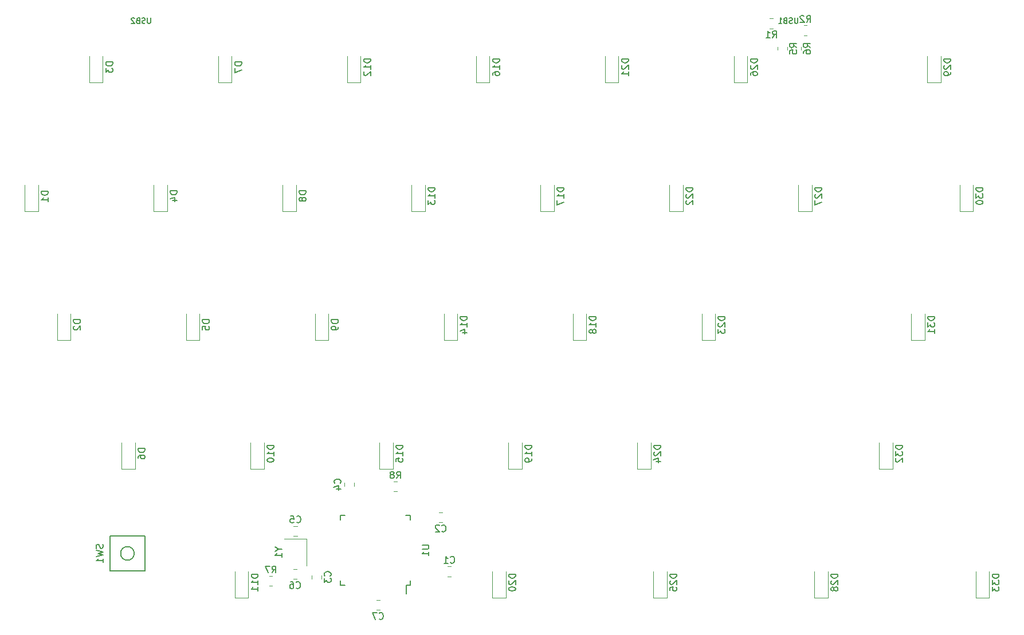
<source format=gbr>
%TF.GenerationSoftware,KiCad,Pcbnew,(5.1.10-1-10_14)*%
%TF.CreationDate,2022-06-17T19:42:32+09:00*%
%TF.ProjectId,pcb-right,7063622d-7269-4676-9874-2e6b69636164,rev?*%
%TF.SameCoordinates,Original*%
%TF.FileFunction,Legend,Bot*%
%TF.FilePolarity,Positive*%
%FSLAX46Y46*%
G04 Gerber Fmt 4.6, Leading zero omitted, Abs format (unit mm)*
G04 Created by KiCad (PCBNEW (5.1.10-1-10_14)) date 2022-06-17 19:42:32*
%MOMM*%
%LPD*%
G01*
G04 APERTURE LIST*
%ADD10C,0.120000*%
%ADD11C,0.150000*%
G04 APERTURE END LIST*
D10*
%TO.C,C7*%
X81084748Y-111225000D02*
X81607252Y-111225000D01*
X81084748Y-109755000D02*
X81607252Y-109755000D01*
%TO.C,R8*%
X84150564Y-92229000D02*
X83696436Y-92229000D01*
X84150564Y-93699000D02*
X83696436Y-93699000D01*
%TO.C,Y1*%
X67477000Y-100700000D02*
X70777000Y-100700000D01*
X70777000Y-100700000D02*
X70777000Y-104700000D01*
D11*
%TO.C,U1*%
X86137500Y-107568750D02*
X85562500Y-107568750D01*
X86137500Y-97218750D02*
X85462500Y-97218750D01*
X75787500Y-97218750D02*
X76462500Y-97218750D01*
X75787500Y-107568750D02*
X76462500Y-107568750D01*
X86137500Y-107568750D02*
X86137500Y-106893750D01*
X75787500Y-107568750D02*
X75787500Y-106893750D01*
X75787500Y-97218750D02*
X75787500Y-97893750D01*
X86137500Y-97218750D02*
X86137500Y-97893750D01*
X85562500Y-107568750D02*
X85562500Y-108843750D01*
%TO.C,SW1*%
X45323000Y-102870000D02*
G75*
G03*
X45323000Y-102870000I-1000000J0D01*
G01*
X41723000Y-105470000D02*
X46923000Y-105470000D01*
X41723000Y-100270000D02*
X41723000Y-105470000D01*
X46923000Y-100270000D02*
X41723000Y-100270000D01*
X46923000Y-105470000D02*
X46923000Y-100270000D01*
D10*
%TO.C,R7*%
X65735564Y-106199000D02*
X65281436Y-106199000D01*
X65735564Y-107669000D02*
X65281436Y-107669000D01*
%TO.C,R6*%
X143864000Y-28444564D02*
X143864000Y-27990436D01*
X142394000Y-28444564D02*
X142394000Y-27990436D01*
%TO.C,R5*%
X141832000Y-28444564D02*
X141832000Y-27990436D01*
X140362000Y-28444564D02*
X140362000Y-27990436D01*
%TO.C,R2*%
X144729564Y-24792000D02*
X144275436Y-24792000D01*
X144729564Y-26262000D02*
X144275436Y-26262000D01*
%TO.C,R1*%
X139242436Y-25246000D02*
X139696564Y-25246000D01*
X139242436Y-23776000D02*
X139696564Y-23776000D01*
%TO.C,D33*%
X171656250Y-109406250D02*
X169656250Y-109406250D01*
X169656250Y-109406250D02*
X169656250Y-105506250D01*
X171656250Y-109406250D02*
X171656250Y-105506250D01*
%TO.C,D32*%
X157368750Y-90356250D02*
X155368750Y-90356250D01*
X155368750Y-90356250D02*
X155368750Y-86456250D01*
X157368750Y-90356250D02*
X157368750Y-86456250D01*
%TO.C,D31*%
X162131250Y-71306250D02*
X160131250Y-71306250D01*
X160131250Y-71306250D02*
X160131250Y-67406250D01*
X162131250Y-71306250D02*
X162131250Y-67406250D01*
%TO.C,D30*%
X169275000Y-52256250D02*
X167275000Y-52256250D01*
X167275000Y-52256250D02*
X167275000Y-48356250D01*
X169275000Y-52256250D02*
X169275000Y-48356250D01*
%TO.C,D29*%
X164512500Y-33206250D02*
X162512500Y-33206250D01*
X162512500Y-33206250D02*
X162512500Y-29306250D01*
X164512500Y-33206250D02*
X164512500Y-29306250D01*
%TO.C,D28*%
X147843750Y-109406250D02*
X145843750Y-109406250D01*
X145843750Y-109406250D02*
X145843750Y-105506250D01*
X147843750Y-109406250D02*
X147843750Y-105506250D01*
%TO.C,D27*%
X145462500Y-52256250D02*
X143462500Y-52256250D01*
X143462500Y-52256250D02*
X143462500Y-48356250D01*
X145462500Y-52256250D02*
X145462500Y-48356250D01*
%TO.C,D26*%
X135937500Y-33206250D02*
X133937500Y-33206250D01*
X133937500Y-33206250D02*
X133937500Y-29306250D01*
X135937500Y-33206250D02*
X135937500Y-29306250D01*
%TO.C,D25*%
X124031250Y-109406250D02*
X122031250Y-109406250D01*
X122031250Y-109406250D02*
X122031250Y-105506250D01*
X124031250Y-109406250D02*
X124031250Y-105506250D01*
%TO.C,D24*%
X121650000Y-90356250D02*
X119650000Y-90356250D01*
X119650000Y-90356250D02*
X119650000Y-86456250D01*
X121650000Y-90356250D02*
X121650000Y-86456250D01*
%TO.C,D23*%
X131175000Y-71306250D02*
X129175000Y-71306250D01*
X129175000Y-71306250D02*
X129175000Y-67406250D01*
X131175000Y-71306250D02*
X131175000Y-67406250D01*
%TO.C,D22*%
X126412500Y-52256250D02*
X124412500Y-52256250D01*
X124412500Y-52256250D02*
X124412500Y-48356250D01*
X126412500Y-52256250D02*
X126412500Y-48356250D01*
%TO.C,D21*%
X116887500Y-33206250D02*
X114887500Y-33206250D01*
X114887500Y-33206250D02*
X114887500Y-29306250D01*
X116887500Y-33206250D02*
X116887500Y-29306250D01*
%TO.C,D20*%
X100218750Y-109406250D02*
X98218750Y-109406250D01*
X98218750Y-109406250D02*
X98218750Y-105506250D01*
X100218750Y-109406250D02*
X100218750Y-105506250D01*
%TO.C,D19*%
X102600000Y-90356250D02*
X100600000Y-90356250D01*
X100600000Y-90356250D02*
X100600000Y-86456250D01*
X102600000Y-90356250D02*
X102600000Y-86456250D01*
%TO.C,D18*%
X112125000Y-71306250D02*
X110125000Y-71306250D01*
X110125000Y-71306250D02*
X110125000Y-67406250D01*
X112125000Y-71306250D02*
X112125000Y-67406250D01*
%TO.C,D17*%
X107362500Y-52256250D02*
X105362500Y-52256250D01*
X105362500Y-52256250D02*
X105362500Y-48356250D01*
X107362500Y-52256250D02*
X107362500Y-48356250D01*
%TO.C,D16*%
X97837500Y-33206250D02*
X95837500Y-33206250D01*
X95837500Y-33206250D02*
X95837500Y-29306250D01*
X97837500Y-33206250D02*
X97837500Y-29306250D01*
%TO.C,D15*%
X83550000Y-90356250D02*
X81550000Y-90356250D01*
X81550000Y-90356250D02*
X81550000Y-86456250D01*
X83550000Y-90356250D02*
X83550000Y-86456250D01*
%TO.C,D14*%
X93075000Y-71306250D02*
X91075000Y-71306250D01*
X91075000Y-71306250D02*
X91075000Y-67406250D01*
X93075000Y-71306250D02*
X93075000Y-67406250D01*
%TO.C,D13*%
X88312500Y-52256250D02*
X86312500Y-52256250D01*
X86312500Y-52256250D02*
X86312500Y-48356250D01*
X88312500Y-52256250D02*
X88312500Y-48356250D01*
%TO.C,D12*%
X78787500Y-33206250D02*
X76787500Y-33206250D01*
X76787500Y-33206250D02*
X76787500Y-29306250D01*
X78787500Y-33206250D02*
X78787500Y-29306250D01*
%TO.C,D11*%
X62181250Y-109406250D02*
X60181250Y-109406250D01*
X60181250Y-109406250D02*
X60181250Y-105506250D01*
X62181250Y-109406250D02*
X62181250Y-105506250D01*
%TO.C,D10*%
X64500000Y-90356250D02*
X62500000Y-90356250D01*
X62500000Y-90356250D02*
X62500000Y-86456250D01*
X64500000Y-90356250D02*
X64500000Y-86456250D01*
%TO.C,D9*%
X74025000Y-71306250D02*
X72025000Y-71306250D01*
X72025000Y-71306250D02*
X72025000Y-67406250D01*
X74025000Y-71306250D02*
X74025000Y-67406250D01*
%TO.C,D8*%
X69262500Y-52256250D02*
X67262500Y-52256250D01*
X67262500Y-52256250D02*
X67262500Y-48356250D01*
X69262500Y-52256250D02*
X69262500Y-48356250D01*
%TO.C,D7*%
X59737500Y-33206250D02*
X57737500Y-33206250D01*
X57737500Y-33206250D02*
X57737500Y-29306250D01*
X59737500Y-33206250D02*
X59737500Y-29306250D01*
%TO.C,D6*%
X45450000Y-90356250D02*
X43450000Y-90356250D01*
X43450000Y-90356250D02*
X43450000Y-86456250D01*
X45450000Y-90356250D02*
X45450000Y-86456250D01*
%TO.C,D5*%
X54975000Y-71306250D02*
X52975000Y-71306250D01*
X52975000Y-71306250D02*
X52975000Y-67406250D01*
X54975000Y-71306250D02*
X54975000Y-67406250D01*
%TO.C,D4*%
X50212500Y-52256250D02*
X48212500Y-52256250D01*
X48212500Y-52256250D02*
X48212500Y-48356250D01*
X50212500Y-52256250D02*
X50212500Y-48356250D01*
%TO.C,D3*%
X40687500Y-33206250D02*
X38687500Y-33206250D01*
X38687500Y-33206250D02*
X38687500Y-29306250D01*
X40687500Y-33206250D02*
X40687500Y-29306250D01*
%TO.C,D2*%
X35925000Y-71306250D02*
X33925000Y-71306250D01*
X33925000Y-71306250D02*
X33925000Y-67406250D01*
X35925000Y-71306250D02*
X35925000Y-67406250D01*
%TO.C,D1*%
X31162500Y-52318750D02*
X29162500Y-52318750D01*
X29162500Y-52318750D02*
X29162500Y-48418750D01*
X31162500Y-52318750D02*
X31162500Y-48418750D01*
%TO.C,C6*%
X68826748Y-106653000D02*
X69349252Y-106653000D01*
X68826748Y-105183000D02*
X69349252Y-105183000D01*
%TO.C,C5*%
X69410252Y-98833000D02*
X68887748Y-98833000D01*
X69410252Y-100303000D02*
X68887748Y-100303000D01*
%TO.C,C4*%
X76354000Y-92387748D02*
X76354000Y-92910252D01*
X77824000Y-92387748D02*
X77824000Y-92910252D01*
%TO.C,C3*%
X72998000Y-106621252D02*
X72998000Y-106098748D01*
X71528000Y-106621252D02*
X71528000Y-106098748D01*
%TO.C,C2*%
X90350748Y-98271000D02*
X90873252Y-98271000D01*
X90350748Y-96801000D02*
X90873252Y-96801000D01*
%TO.C,C1*%
X92143252Y-104802000D02*
X91620748Y-104802000D01*
X92143252Y-106272000D02*
X91620748Y-106272000D01*
%TO.C,C7*%
D11*
X81512666Y-112527142D02*
X81560285Y-112574761D01*
X81703142Y-112622380D01*
X81798380Y-112622380D01*
X81941238Y-112574761D01*
X82036476Y-112479523D01*
X82084095Y-112384285D01*
X82131714Y-112193809D01*
X82131714Y-112050952D01*
X82084095Y-111860476D01*
X82036476Y-111765238D01*
X81941238Y-111670000D01*
X81798380Y-111622380D01*
X81703142Y-111622380D01*
X81560285Y-111670000D01*
X81512666Y-111717619D01*
X81179333Y-111622380D02*
X80512666Y-111622380D01*
X80941238Y-112622380D01*
%TO.C,R8*%
X84090166Y-91766380D02*
X84423500Y-91290190D01*
X84661595Y-91766380D02*
X84661595Y-90766380D01*
X84280642Y-90766380D01*
X84185404Y-90814000D01*
X84137785Y-90861619D01*
X84090166Y-90956857D01*
X84090166Y-91099714D01*
X84137785Y-91194952D01*
X84185404Y-91242571D01*
X84280642Y-91290190D01*
X84661595Y-91290190D01*
X83518738Y-91194952D02*
X83613976Y-91147333D01*
X83661595Y-91099714D01*
X83709214Y-91004476D01*
X83709214Y-90956857D01*
X83661595Y-90861619D01*
X83613976Y-90814000D01*
X83518738Y-90766380D01*
X83328261Y-90766380D01*
X83233023Y-90814000D01*
X83185404Y-90861619D01*
X83137785Y-90956857D01*
X83137785Y-91004476D01*
X83185404Y-91099714D01*
X83233023Y-91147333D01*
X83328261Y-91194952D01*
X83518738Y-91194952D01*
X83613976Y-91242571D01*
X83661595Y-91290190D01*
X83709214Y-91385428D01*
X83709214Y-91575904D01*
X83661595Y-91671142D01*
X83613976Y-91718761D01*
X83518738Y-91766380D01*
X83328261Y-91766380D01*
X83233023Y-91718761D01*
X83185404Y-91671142D01*
X83137785Y-91575904D01*
X83137785Y-91385428D01*
X83185404Y-91290190D01*
X83233023Y-91242571D01*
X83328261Y-91194952D01*
%TO.C,Y1*%
X66653190Y-102223809D02*
X67129380Y-102223809D01*
X66129380Y-101890476D02*
X66653190Y-102223809D01*
X66129380Y-102557142D01*
X67129380Y-103414285D02*
X67129380Y-102842857D01*
X67129380Y-103128571D02*
X66129380Y-103128571D01*
X66272238Y-103033333D01*
X66367476Y-102938095D01*
X66415095Y-102842857D01*
%TO.C,USB2*%
X47745476Y-23670904D02*
X47745476Y-24318523D01*
X47707380Y-24394714D01*
X47669285Y-24432809D01*
X47593095Y-24470904D01*
X47440714Y-24470904D01*
X47364523Y-24432809D01*
X47326428Y-24394714D01*
X47288333Y-24318523D01*
X47288333Y-23670904D01*
X46945476Y-24432809D02*
X46831190Y-24470904D01*
X46640714Y-24470904D01*
X46564523Y-24432809D01*
X46526428Y-24394714D01*
X46488333Y-24318523D01*
X46488333Y-24242333D01*
X46526428Y-24166142D01*
X46564523Y-24128047D01*
X46640714Y-24089952D01*
X46793095Y-24051857D01*
X46869285Y-24013761D01*
X46907380Y-23975666D01*
X46945476Y-23899476D01*
X46945476Y-23823285D01*
X46907380Y-23747095D01*
X46869285Y-23709000D01*
X46793095Y-23670904D01*
X46602619Y-23670904D01*
X46488333Y-23709000D01*
X45878809Y-24051857D02*
X45764523Y-24089952D01*
X45726428Y-24128047D01*
X45688333Y-24204238D01*
X45688333Y-24318523D01*
X45726428Y-24394714D01*
X45764523Y-24432809D01*
X45840714Y-24470904D01*
X46145476Y-24470904D01*
X46145476Y-23670904D01*
X45878809Y-23670904D01*
X45802619Y-23709000D01*
X45764523Y-23747095D01*
X45726428Y-23823285D01*
X45726428Y-23899476D01*
X45764523Y-23975666D01*
X45802619Y-24013761D01*
X45878809Y-24051857D01*
X46145476Y-24051857D01*
X45383571Y-23747095D02*
X45345476Y-23709000D01*
X45269285Y-23670904D01*
X45078809Y-23670904D01*
X45002619Y-23709000D01*
X44964523Y-23747095D01*
X44926428Y-23823285D01*
X44926428Y-23899476D01*
X44964523Y-24013761D01*
X45421666Y-24470904D01*
X44926428Y-24470904D01*
%TO.C,USB1*%
X143376476Y-23670904D02*
X143376476Y-24318523D01*
X143338380Y-24394714D01*
X143300285Y-24432809D01*
X143224095Y-24470904D01*
X143071714Y-24470904D01*
X142995523Y-24432809D01*
X142957428Y-24394714D01*
X142919333Y-24318523D01*
X142919333Y-23670904D01*
X142576476Y-24432809D02*
X142462190Y-24470904D01*
X142271714Y-24470904D01*
X142195523Y-24432809D01*
X142157428Y-24394714D01*
X142119333Y-24318523D01*
X142119333Y-24242333D01*
X142157428Y-24166142D01*
X142195523Y-24128047D01*
X142271714Y-24089952D01*
X142424095Y-24051857D01*
X142500285Y-24013761D01*
X142538380Y-23975666D01*
X142576476Y-23899476D01*
X142576476Y-23823285D01*
X142538380Y-23747095D01*
X142500285Y-23709000D01*
X142424095Y-23670904D01*
X142233619Y-23670904D01*
X142119333Y-23709000D01*
X141509809Y-24051857D02*
X141395523Y-24089952D01*
X141357428Y-24128047D01*
X141319333Y-24204238D01*
X141319333Y-24318523D01*
X141357428Y-24394714D01*
X141395523Y-24432809D01*
X141471714Y-24470904D01*
X141776476Y-24470904D01*
X141776476Y-23670904D01*
X141509809Y-23670904D01*
X141433619Y-23709000D01*
X141395523Y-23747095D01*
X141357428Y-23823285D01*
X141357428Y-23899476D01*
X141395523Y-23975666D01*
X141433619Y-24013761D01*
X141509809Y-24051857D01*
X141776476Y-24051857D01*
X140557428Y-24470904D02*
X141014571Y-24470904D01*
X140786000Y-24470904D02*
X140786000Y-23670904D01*
X140862190Y-23785190D01*
X140938380Y-23861380D01*
X141014571Y-23899476D01*
%TO.C,U1*%
X87864880Y-101631845D02*
X88674404Y-101631845D01*
X88769642Y-101679464D01*
X88817261Y-101727083D01*
X88864880Y-101822321D01*
X88864880Y-102012797D01*
X88817261Y-102108035D01*
X88769642Y-102155654D01*
X88674404Y-102203273D01*
X87864880Y-102203273D01*
X88864880Y-103203273D02*
X88864880Y-102631845D01*
X88864880Y-102917559D02*
X87864880Y-102917559D01*
X88007738Y-102822321D01*
X88102976Y-102727083D01*
X88150595Y-102631845D01*
%TO.C,SW1*%
X40663761Y-101536666D02*
X40711380Y-101679523D01*
X40711380Y-101917619D01*
X40663761Y-102012857D01*
X40616142Y-102060476D01*
X40520904Y-102108095D01*
X40425666Y-102108095D01*
X40330428Y-102060476D01*
X40282809Y-102012857D01*
X40235190Y-101917619D01*
X40187571Y-101727142D01*
X40139952Y-101631904D01*
X40092333Y-101584285D01*
X39997095Y-101536666D01*
X39901857Y-101536666D01*
X39806619Y-101584285D01*
X39759000Y-101631904D01*
X39711380Y-101727142D01*
X39711380Y-101965238D01*
X39759000Y-102108095D01*
X39711380Y-102441428D02*
X40711380Y-102679523D01*
X39997095Y-102870000D01*
X40711380Y-103060476D01*
X39711380Y-103298571D01*
X40711380Y-104203333D02*
X40711380Y-103631904D01*
X40711380Y-103917619D02*
X39711380Y-103917619D01*
X39854238Y-103822380D01*
X39949476Y-103727142D01*
X39997095Y-103631904D01*
%TO.C,R7*%
X65675166Y-105736380D02*
X66008500Y-105260190D01*
X66246595Y-105736380D02*
X66246595Y-104736380D01*
X65865642Y-104736380D01*
X65770404Y-104784000D01*
X65722785Y-104831619D01*
X65675166Y-104926857D01*
X65675166Y-105069714D01*
X65722785Y-105164952D01*
X65770404Y-105212571D01*
X65865642Y-105260190D01*
X66246595Y-105260190D01*
X65341833Y-104736380D02*
X64675166Y-104736380D01*
X65103738Y-105736380D01*
%TO.C,R6*%
X145231380Y-28050833D02*
X144755190Y-27717500D01*
X145231380Y-27479404D02*
X144231380Y-27479404D01*
X144231380Y-27860357D01*
X144279000Y-27955595D01*
X144326619Y-28003214D01*
X144421857Y-28050833D01*
X144564714Y-28050833D01*
X144659952Y-28003214D01*
X144707571Y-27955595D01*
X144755190Y-27860357D01*
X144755190Y-27479404D01*
X144231380Y-28907976D02*
X144231380Y-28717500D01*
X144279000Y-28622261D01*
X144326619Y-28574642D01*
X144469476Y-28479404D01*
X144659952Y-28431785D01*
X145040904Y-28431785D01*
X145136142Y-28479404D01*
X145183761Y-28527023D01*
X145231380Y-28622261D01*
X145231380Y-28812738D01*
X145183761Y-28907976D01*
X145136142Y-28955595D01*
X145040904Y-29003214D01*
X144802809Y-29003214D01*
X144707571Y-28955595D01*
X144659952Y-28907976D01*
X144612333Y-28812738D01*
X144612333Y-28622261D01*
X144659952Y-28527023D01*
X144707571Y-28479404D01*
X144802809Y-28431785D01*
%TO.C,R5*%
X143199380Y-28050833D02*
X142723190Y-27717500D01*
X143199380Y-27479404D02*
X142199380Y-27479404D01*
X142199380Y-27860357D01*
X142247000Y-27955595D01*
X142294619Y-28003214D01*
X142389857Y-28050833D01*
X142532714Y-28050833D01*
X142627952Y-28003214D01*
X142675571Y-27955595D01*
X142723190Y-27860357D01*
X142723190Y-27479404D01*
X142199380Y-28955595D02*
X142199380Y-28479404D01*
X142675571Y-28431785D01*
X142627952Y-28479404D01*
X142580333Y-28574642D01*
X142580333Y-28812738D01*
X142627952Y-28907976D01*
X142675571Y-28955595D01*
X142770809Y-29003214D01*
X143008904Y-29003214D01*
X143104142Y-28955595D01*
X143151761Y-28907976D01*
X143199380Y-28812738D01*
X143199380Y-28574642D01*
X143151761Y-28479404D01*
X143104142Y-28431785D01*
%TO.C,R2*%
X144669166Y-24329380D02*
X145002500Y-23853190D01*
X145240595Y-24329380D02*
X145240595Y-23329380D01*
X144859642Y-23329380D01*
X144764404Y-23377000D01*
X144716785Y-23424619D01*
X144669166Y-23519857D01*
X144669166Y-23662714D01*
X144716785Y-23757952D01*
X144764404Y-23805571D01*
X144859642Y-23853190D01*
X145240595Y-23853190D01*
X144288214Y-23424619D02*
X144240595Y-23377000D01*
X144145357Y-23329380D01*
X143907261Y-23329380D01*
X143812023Y-23377000D01*
X143764404Y-23424619D01*
X143716785Y-23519857D01*
X143716785Y-23615095D01*
X143764404Y-23757952D01*
X144335833Y-24329380D01*
X143716785Y-24329380D01*
%TO.C,R1*%
X139636166Y-26613380D02*
X139969500Y-26137190D01*
X140207595Y-26613380D02*
X140207595Y-25613380D01*
X139826642Y-25613380D01*
X139731404Y-25661000D01*
X139683785Y-25708619D01*
X139636166Y-25803857D01*
X139636166Y-25946714D01*
X139683785Y-26041952D01*
X139731404Y-26089571D01*
X139826642Y-26137190D01*
X140207595Y-26137190D01*
X138683785Y-26613380D02*
X139255214Y-26613380D01*
X138969500Y-26613380D02*
X138969500Y-25613380D01*
X139064738Y-25756238D01*
X139159976Y-25851476D01*
X139255214Y-25899095D01*
%TO.C,D33*%
X173108630Y-105941964D02*
X172108630Y-105941964D01*
X172108630Y-106180059D01*
X172156250Y-106322916D01*
X172251488Y-106418154D01*
X172346726Y-106465773D01*
X172537202Y-106513392D01*
X172680059Y-106513392D01*
X172870535Y-106465773D01*
X172965773Y-106418154D01*
X173061011Y-106322916D01*
X173108630Y-106180059D01*
X173108630Y-105941964D01*
X172108630Y-106846726D02*
X172108630Y-107465773D01*
X172489583Y-107132440D01*
X172489583Y-107275297D01*
X172537202Y-107370535D01*
X172584821Y-107418154D01*
X172680059Y-107465773D01*
X172918154Y-107465773D01*
X173013392Y-107418154D01*
X173061011Y-107370535D01*
X173108630Y-107275297D01*
X173108630Y-106989583D01*
X173061011Y-106894345D01*
X173013392Y-106846726D01*
X172108630Y-107799107D02*
X172108630Y-108418154D01*
X172489583Y-108084821D01*
X172489583Y-108227678D01*
X172537202Y-108322916D01*
X172584821Y-108370535D01*
X172680059Y-108418154D01*
X172918154Y-108418154D01*
X173013392Y-108370535D01*
X173061011Y-108322916D01*
X173108630Y-108227678D01*
X173108630Y-107941964D01*
X173061011Y-107846726D01*
X173013392Y-107799107D01*
%TO.C,D32*%
X158821130Y-86891964D02*
X157821130Y-86891964D01*
X157821130Y-87130059D01*
X157868750Y-87272916D01*
X157963988Y-87368154D01*
X158059226Y-87415773D01*
X158249702Y-87463392D01*
X158392559Y-87463392D01*
X158583035Y-87415773D01*
X158678273Y-87368154D01*
X158773511Y-87272916D01*
X158821130Y-87130059D01*
X158821130Y-86891964D01*
X157821130Y-87796726D02*
X157821130Y-88415773D01*
X158202083Y-88082440D01*
X158202083Y-88225297D01*
X158249702Y-88320535D01*
X158297321Y-88368154D01*
X158392559Y-88415773D01*
X158630654Y-88415773D01*
X158725892Y-88368154D01*
X158773511Y-88320535D01*
X158821130Y-88225297D01*
X158821130Y-87939583D01*
X158773511Y-87844345D01*
X158725892Y-87796726D01*
X157916369Y-88796726D02*
X157868750Y-88844345D01*
X157821130Y-88939583D01*
X157821130Y-89177678D01*
X157868750Y-89272916D01*
X157916369Y-89320535D01*
X158011607Y-89368154D01*
X158106845Y-89368154D01*
X158249702Y-89320535D01*
X158821130Y-88749107D01*
X158821130Y-89368154D01*
%TO.C,D31*%
X163583630Y-67841964D02*
X162583630Y-67841964D01*
X162583630Y-68080059D01*
X162631250Y-68222916D01*
X162726488Y-68318154D01*
X162821726Y-68365773D01*
X163012202Y-68413392D01*
X163155059Y-68413392D01*
X163345535Y-68365773D01*
X163440773Y-68318154D01*
X163536011Y-68222916D01*
X163583630Y-68080059D01*
X163583630Y-67841964D01*
X162583630Y-68746726D02*
X162583630Y-69365773D01*
X162964583Y-69032440D01*
X162964583Y-69175297D01*
X163012202Y-69270535D01*
X163059821Y-69318154D01*
X163155059Y-69365773D01*
X163393154Y-69365773D01*
X163488392Y-69318154D01*
X163536011Y-69270535D01*
X163583630Y-69175297D01*
X163583630Y-68889583D01*
X163536011Y-68794345D01*
X163488392Y-68746726D01*
X163583630Y-70318154D02*
X163583630Y-69746726D01*
X163583630Y-70032440D02*
X162583630Y-70032440D01*
X162726488Y-69937202D01*
X162821726Y-69841964D01*
X162869345Y-69746726D01*
%TO.C,D30*%
X170727380Y-48791964D02*
X169727380Y-48791964D01*
X169727380Y-49030059D01*
X169775000Y-49172916D01*
X169870238Y-49268154D01*
X169965476Y-49315773D01*
X170155952Y-49363392D01*
X170298809Y-49363392D01*
X170489285Y-49315773D01*
X170584523Y-49268154D01*
X170679761Y-49172916D01*
X170727380Y-49030059D01*
X170727380Y-48791964D01*
X169727380Y-49696726D02*
X169727380Y-50315773D01*
X170108333Y-49982440D01*
X170108333Y-50125297D01*
X170155952Y-50220535D01*
X170203571Y-50268154D01*
X170298809Y-50315773D01*
X170536904Y-50315773D01*
X170632142Y-50268154D01*
X170679761Y-50220535D01*
X170727380Y-50125297D01*
X170727380Y-49839583D01*
X170679761Y-49744345D01*
X170632142Y-49696726D01*
X169727380Y-50934821D02*
X169727380Y-51030059D01*
X169775000Y-51125297D01*
X169822619Y-51172916D01*
X169917857Y-51220535D01*
X170108333Y-51268154D01*
X170346428Y-51268154D01*
X170536904Y-51220535D01*
X170632142Y-51172916D01*
X170679761Y-51125297D01*
X170727380Y-51030059D01*
X170727380Y-50934821D01*
X170679761Y-50839583D01*
X170632142Y-50791964D01*
X170536904Y-50744345D01*
X170346428Y-50696726D01*
X170108333Y-50696726D01*
X169917857Y-50744345D01*
X169822619Y-50791964D01*
X169775000Y-50839583D01*
X169727380Y-50934821D01*
%TO.C,D29*%
X165964880Y-29741964D02*
X164964880Y-29741964D01*
X164964880Y-29980059D01*
X165012500Y-30122916D01*
X165107738Y-30218154D01*
X165202976Y-30265773D01*
X165393452Y-30313392D01*
X165536309Y-30313392D01*
X165726785Y-30265773D01*
X165822023Y-30218154D01*
X165917261Y-30122916D01*
X165964880Y-29980059D01*
X165964880Y-29741964D01*
X165060119Y-30694345D02*
X165012500Y-30741964D01*
X164964880Y-30837202D01*
X164964880Y-31075297D01*
X165012500Y-31170535D01*
X165060119Y-31218154D01*
X165155357Y-31265773D01*
X165250595Y-31265773D01*
X165393452Y-31218154D01*
X165964880Y-30646726D01*
X165964880Y-31265773D01*
X165964880Y-31741964D02*
X165964880Y-31932440D01*
X165917261Y-32027678D01*
X165869642Y-32075297D01*
X165726785Y-32170535D01*
X165536309Y-32218154D01*
X165155357Y-32218154D01*
X165060119Y-32170535D01*
X165012500Y-32122916D01*
X164964880Y-32027678D01*
X164964880Y-31837202D01*
X165012500Y-31741964D01*
X165060119Y-31694345D01*
X165155357Y-31646726D01*
X165393452Y-31646726D01*
X165488690Y-31694345D01*
X165536309Y-31741964D01*
X165583928Y-31837202D01*
X165583928Y-32027678D01*
X165536309Y-32122916D01*
X165488690Y-32170535D01*
X165393452Y-32218154D01*
%TO.C,D28*%
X149296130Y-105941964D02*
X148296130Y-105941964D01*
X148296130Y-106180059D01*
X148343750Y-106322916D01*
X148438988Y-106418154D01*
X148534226Y-106465773D01*
X148724702Y-106513392D01*
X148867559Y-106513392D01*
X149058035Y-106465773D01*
X149153273Y-106418154D01*
X149248511Y-106322916D01*
X149296130Y-106180059D01*
X149296130Y-105941964D01*
X148391369Y-106894345D02*
X148343750Y-106941964D01*
X148296130Y-107037202D01*
X148296130Y-107275297D01*
X148343750Y-107370535D01*
X148391369Y-107418154D01*
X148486607Y-107465773D01*
X148581845Y-107465773D01*
X148724702Y-107418154D01*
X149296130Y-106846726D01*
X149296130Y-107465773D01*
X148724702Y-108037202D02*
X148677083Y-107941964D01*
X148629464Y-107894345D01*
X148534226Y-107846726D01*
X148486607Y-107846726D01*
X148391369Y-107894345D01*
X148343750Y-107941964D01*
X148296130Y-108037202D01*
X148296130Y-108227678D01*
X148343750Y-108322916D01*
X148391369Y-108370535D01*
X148486607Y-108418154D01*
X148534226Y-108418154D01*
X148629464Y-108370535D01*
X148677083Y-108322916D01*
X148724702Y-108227678D01*
X148724702Y-108037202D01*
X148772321Y-107941964D01*
X148819940Y-107894345D01*
X148915178Y-107846726D01*
X149105654Y-107846726D01*
X149200892Y-107894345D01*
X149248511Y-107941964D01*
X149296130Y-108037202D01*
X149296130Y-108227678D01*
X149248511Y-108322916D01*
X149200892Y-108370535D01*
X149105654Y-108418154D01*
X148915178Y-108418154D01*
X148819940Y-108370535D01*
X148772321Y-108322916D01*
X148724702Y-108227678D01*
%TO.C,D27*%
X146914880Y-48791964D02*
X145914880Y-48791964D01*
X145914880Y-49030059D01*
X145962500Y-49172916D01*
X146057738Y-49268154D01*
X146152976Y-49315773D01*
X146343452Y-49363392D01*
X146486309Y-49363392D01*
X146676785Y-49315773D01*
X146772023Y-49268154D01*
X146867261Y-49172916D01*
X146914880Y-49030059D01*
X146914880Y-48791964D01*
X146010119Y-49744345D02*
X145962500Y-49791964D01*
X145914880Y-49887202D01*
X145914880Y-50125297D01*
X145962500Y-50220535D01*
X146010119Y-50268154D01*
X146105357Y-50315773D01*
X146200595Y-50315773D01*
X146343452Y-50268154D01*
X146914880Y-49696726D01*
X146914880Y-50315773D01*
X145914880Y-50649107D02*
X145914880Y-51315773D01*
X146914880Y-50887202D01*
%TO.C,D26*%
X137389880Y-29741964D02*
X136389880Y-29741964D01*
X136389880Y-29980059D01*
X136437500Y-30122916D01*
X136532738Y-30218154D01*
X136627976Y-30265773D01*
X136818452Y-30313392D01*
X136961309Y-30313392D01*
X137151785Y-30265773D01*
X137247023Y-30218154D01*
X137342261Y-30122916D01*
X137389880Y-29980059D01*
X137389880Y-29741964D01*
X136485119Y-30694345D02*
X136437500Y-30741964D01*
X136389880Y-30837202D01*
X136389880Y-31075297D01*
X136437500Y-31170535D01*
X136485119Y-31218154D01*
X136580357Y-31265773D01*
X136675595Y-31265773D01*
X136818452Y-31218154D01*
X137389880Y-30646726D01*
X137389880Y-31265773D01*
X136389880Y-32122916D02*
X136389880Y-31932440D01*
X136437500Y-31837202D01*
X136485119Y-31789583D01*
X136627976Y-31694345D01*
X136818452Y-31646726D01*
X137199404Y-31646726D01*
X137294642Y-31694345D01*
X137342261Y-31741964D01*
X137389880Y-31837202D01*
X137389880Y-32027678D01*
X137342261Y-32122916D01*
X137294642Y-32170535D01*
X137199404Y-32218154D01*
X136961309Y-32218154D01*
X136866071Y-32170535D01*
X136818452Y-32122916D01*
X136770833Y-32027678D01*
X136770833Y-31837202D01*
X136818452Y-31741964D01*
X136866071Y-31694345D01*
X136961309Y-31646726D01*
%TO.C,D25*%
X125483630Y-105941964D02*
X124483630Y-105941964D01*
X124483630Y-106180059D01*
X124531250Y-106322916D01*
X124626488Y-106418154D01*
X124721726Y-106465773D01*
X124912202Y-106513392D01*
X125055059Y-106513392D01*
X125245535Y-106465773D01*
X125340773Y-106418154D01*
X125436011Y-106322916D01*
X125483630Y-106180059D01*
X125483630Y-105941964D01*
X124578869Y-106894345D02*
X124531250Y-106941964D01*
X124483630Y-107037202D01*
X124483630Y-107275297D01*
X124531250Y-107370535D01*
X124578869Y-107418154D01*
X124674107Y-107465773D01*
X124769345Y-107465773D01*
X124912202Y-107418154D01*
X125483630Y-106846726D01*
X125483630Y-107465773D01*
X124483630Y-108370535D02*
X124483630Y-107894345D01*
X124959821Y-107846726D01*
X124912202Y-107894345D01*
X124864583Y-107989583D01*
X124864583Y-108227678D01*
X124912202Y-108322916D01*
X124959821Y-108370535D01*
X125055059Y-108418154D01*
X125293154Y-108418154D01*
X125388392Y-108370535D01*
X125436011Y-108322916D01*
X125483630Y-108227678D01*
X125483630Y-107989583D01*
X125436011Y-107894345D01*
X125388392Y-107846726D01*
%TO.C,D24*%
X123102380Y-86891964D02*
X122102380Y-86891964D01*
X122102380Y-87130059D01*
X122150000Y-87272916D01*
X122245238Y-87368154D01*
X122340476Y-87415773D01*
X122530952Y-87463392D01*
X122673809Y-87463392D01*
X122864285Y-87415773D01*
X122959523Y-87368154D01*
X123054761Y-87272916D01*
X123102380Y-87130059D01*
X123102380Y-86891964D01*
X122197619Y-87844345D02*
X122150000Y-87891964D01*
X122102380Y-87987202D01*
X122102380Y-88225297D01*
X122150000Y-88320535D01*
X122197619Y-88368154D01*
X122292857Y-88415773D01*
X122388095Y-88415773D01*
X122530952Y-88368154D01*
X123102380Y-87796726D01*
X123102380Y-88415773D01*
X122435714Y-89272916D02*
X123102380Y-89272916D01*
X122054761Y-89034821D02*
X122769047Y-88796726D01*
X122769047Y-89415773D01*
%TO.C,D23*%
X132627380Y-67841964D02*
X131627380Y-67841964D01*
X131627380Y-68080059D01*
X131675000Y-68222916D01*
X131770238Y-68318154D01*
X131865476Y-68365773D01*
X132055952Y-68413392D01*
X132198809Y-68413392D01*
X132389285Y-68365773D01*
X132484523Y-68318154D01*
X132579761Y-68222916D01*
X132627380Y-68080059D01*
X132627380Y-67841964D01*
X131722619Y-68794345D02*
X131675000Y-68841964D01*
X131627380Y-68937202D01*
X131627380Y-69175297D01*
X131675000Y-69270535D01*
X131722619Y-69318154D01*
X131817857Y-69365773D01*
X131913095Y-69365773D01*
X132055952Y-69318154D01*
X132627380Y-68746726D01*
X132627380Y-69365773D01*
X131627380Y-69699107D02*
X131627380Y-70318154D01*
X132008333Y-69984821D01*
X132008333Y-70127678D01*
X132055952Y-70222916D01*
X132103571Y-70270535D01*
X132198809Y-70318154D01*
X132436904Y-70318154D01*
X132532142Y-70270535D01*
X132579761Y-70222916D01*
X132627380Y-70127678D01*
X132627380Y-69841964D01*
X132579761Y-69746726D01*
X132532142Y-69699107D01*
%TO.C,D22*%
X127864880Y-48791964D02*
X126864880Y-48791964D01*
X126864880Y-49030059D01*
X126912500Y-49172916D01*
X127007738Y-49268154D01*
X127102976Y-49315773D01*
X127293452Y-49363392D01*
X127436309Y-49363392D01*
X127626785Y-49315773D01*
X127722023Y-49268154D01*
X127817261Y-49172916D01*
X127864880Y-49030059D01*
X127864880Y-48791964D01*
X126960119Y-49744345D02*
X126912500Y-49791964D01*
X126864880Y-49887202D01*
X126864880Y-50125297D01*
X126912500Y-50220535D01*
X126960119Y-50268154D01*
X127055357Y-50315773D01*
X127150595Y-50315773D01*
X127293452Y-50268154D01*
X127864880Y-49696726D01*
X127864880Y-50315773D01*
X126960119Y-50696726D02*
X126912500Y-50744345D01*
X126864880Y-50839583D01*
X126864880Y-51077678D01*
X126912500Y-51172916D01*
X126960119Y-51220535D01*
X127055357Y-51268154D01*
X127150595Y-51268154D01*
X127293452Y-51220535D01*
X127864880Y-50649107D01*
X127864880Y-51268154D01*
%TO.C,D21*%
X118339880Y-29741964D02*
X117339880Y-29741964D01*
X117339880Y-29980059D01*
X117387500Y-30122916D01*
X117482738Y-30218154D01*
X117577976Y-30265773D01*
X117768452Y-30313392D01*
X117911309Y-30313392D01*
X118101785Y-30265773D01*
X118197023Y-30218154D01*
X118292261Y-30122916D01*
X118339880Y-29980059D01*
X118339880Y-29741964D01*
X117435119Y-30694345D02*
X117387500Y-30741964D01*
X117339880Y-30837202D01*
X117339880Y-31075297D01*
X117387500Y-31170535D01*
X117435119Y-31218154D01*
X117530357Y-31265773D01*
X117625595Y-31265773D01*
X117768452Y-31218154D01*
X118339880Y-30646726D01*
X118339880Y-31265773D01*
X118339880Y-32218154D02*
X118339880Y-31646726D01*
X118339880Y-31932440D02*
X117339880Y-31932440D01*
X117482738Y-31837202D01*
X117577976Y-31741964D01*
X117625595Y-31646726D01*
%TO.C,D20*%
X101671130Y-105941964D02*
X100671130Y-105941964D01*
X100671130Y-106180059D01*
X100718750Y-106322916D01*
X100813988Y-106418154D01*
X100909226Y-106465773D01*
X101099702Y-106513392D01*
X101242559Y-106513392D01*
X101433035Y-106465773D01*
X101528273Y-106418154D01*
X101623511Y-106322916D01*
X101671130Y-106180059D01*
X101671130Y-105941964D01*
X100766369Y-106894345D02*
X100718750Y-106941964D01*
X100671130Y-107037202D01*
X100671130Y-107275297D01*
X100718750Y-107370535D01*
X100766369Y-107418154D01*
X100861607Y-107465773D01*
X100956845Y-107465773D01*
X101099702Y-107418154D01*
X101671130Y-106846726D01*
X101671130Y-107465773D01*
X100671130Y-108084821D02*
X100671130Y-108180059D01*
X100718750Y-108275297D01*
X100766369Y-108322916D01*
X100861607Y-108370535D01*
X101052083Y-108418154D01*
X101290178Y-108418154D01*
X101480654Y-108370535D01*
X101575892Y-108322916D01*
X101623511Y-108275297D01*
X101671130Y-108180059D01*
X101671130Y-108084821D01*
X101623511Y-107989583D01*
X101575892Y-107941964D01*
X101480654Y-107894345D01*
X101290178Y-107846726D01*
X101052083Y-107846726D01*
X100861607Y-107894345D01*
X100766369Y-107941964D01*
X100718750Y-107989583D01*
X100671130Y-108084821D01*
%TO.C,D19*%
X104052380Y-86891964D02*
X103052380Y-86891964D01*
X103052380Y-87130059D01*
X103100000Y-87272916D01*
X103195238Y-87368154D01*
X103290476Y-87415773D01*
X103480952Y-87463392D01*
X103623809Y-87463392D01*
X103814285Y-87415773D01*
X103909523Y-87368154D01*
X104004761Y-87272916D01*
X104052380Y-87130059D01*
X104052380Y-86891964D01*
X104052380Y-88415773D02*
X104052380Y-87844345D01*
X104052380Y-88130059D02*
X103052380Y-88130059D01*
X103195238Y-88034821D01*
X103290476Y-87939583D01*
X103338095Y-87844345D01*
X104052380Y-88891964D02*
X104052380Y-89082440D01*
X104004761Y-89177678D01*
X103957142Y-89225297D01*
X103814285Y-89320535D01*
X103623809Y-89368154D01*
X103242857Y-89368154D01*
X103147619Y-89320535D01*
X103100000Y-89272916D01*
X103052380Y-89177678D01*
X103052380Y-88987202D01*
X103100000Y-88891964D01*
X103147619Y-88844345D01*
X103242857Y-88796726D01*
X103480952Y-88796726D01*
X103576190Y-88844345D01*
X103623809Y-88891964D01*
X103671428Y-88987202D01*
X103671428Y-89177678D01*
X103623809Y-89272916D01*
X103576190Y-89320535D01*
X103480952Y-89368154D01*
%TO.C,D18*%
X113577380Y-67841964D02*
X112577380Y-67841964D01*
X112577380Y-68080059D01*
X112625000Y-68222916D01*
X112720238Y-68318154D01*
X112815476Y-68365773D01*
X113005952Y-68413392D01*
X113148809Y-68413392D01*
X113339285Y-68365773D01*
X113434523Y-68318154D01*
X113529761Y-68222916D01*
X113577380Y-68080059D01*
X113577380Y-67841964D01*
X113577380Y-69365773D02*
X113577380Y-68794345D01*
X113577380Y-69080059D02*
X112577380Y-69080059D01*
X112720238Y-68984821D01*
X112815476Y-68889583D01*
X112863095Y-68794345D01*
X113005952Y-69937202D02*
X112958333Y-69841964D01*
X112910714Y-69794345D01*
X112815476Y-69746726D01*
X112767857Y-69746726D01*
X112672619Y-69794345D01*
X112625000Y-69841964D01*
X112577380Y-69937202D01*
X112577380Y-70127678D01*
X112625000Y-70222916D01*
X112672619Y-70270535D01*
X112767857Y-70318154D01*
X112815476Y-70318154D01*
X112910714Y-70270535D01*
X112958333Y-70222916D01*
X113005952Y-70127678D01*
X113005952Y-69937202D01*
X113053571Y-69841964D01*
X113101190Y-69794345D01*
X113196428Y-69746726D01*
X113386904Y-69746726D01*
X113482142Y-69794345D01*
X113529761Y-69841964D01*
X113577380Y-69937202D01*
X113577380Y-70127678D01*
X113529761Y-70222916D01*
X113482142Y-70270535D01*
X113386904Y-70318154D01*
X113196428Y-70318154D01*
X113101190Y-70270535D01*
X113053571Y-70222916D01*
X113005952Y-70127678D01*
%TO.C,D17*%
X108814880Y-48791964D02*
X107814880Y-48791964D01*
X107814880Y-49030059D01*
X107862500Y-49172916D01*
X107957738Y-49268154D01*
X108052976Y-49315773D01*
X108243452Y-49363392D01*
X108386309Y-49363392D01*
X108576785Y-49315773D01*
X108672023Y-49268154D01*
X108767261Y-49172916D01*
X108814880Y-49030059D01*
X108814880Y-48791964D01*
X108814880Y-50315773D02*
X108814880Y-49744345D01*
X108814880Y-50030059D02*
X107814880Y-50030059D01*
X107957738Y-49934821D01*
X108052976Y-49839583D01*
X108100595Y-49744345D01*
X107814880Y-50649107D02*
X107814880Y-51315773D01*
X108814880Y-50887202D01*
%TO.C,D16*%
X99289880Y-29741964D02*
X98289880Y-29741964D01*
X98289880Y-29980059D01*
X98337500Y-30122916D01*
X98432738Y-30218154D01*
X98527976Y-30265773D01*
X98718452Y-30313392D01*
X98861309Y-30313392D01*
X99051785Y-30265773D01*
X99147023Y-30218154D01*
X99242261Y-30122916D01*
X99289880Y-29980059D01*
X99289880Y-29741964D01*
X99289880Y-31265773D02*
X99289880Y-30694345D01*
X99289880Y-30980059D02*
X98289880Y-30980059D01*
X98432738Y-30884821D01*
X98527976Y-30789583D01*
X98575595Y-30694345D01*
X98289880Y-32122916D02*
X98289880Y-31932440D01*
X98337500Y-31837202D01*
X98385119Y-31789583D01*
X98527976Y-31694345D01*
X98718452Y-31646726D01*
X99099404Y-31646726D01*
X99194642Y-31694345D01*
X99242261Y-31741964D01*
X99289880Y-31837202D01*
X99289880Y-32027678D01*
X99242261Y-32122916D01*
X99194642Y-32170535D01*
X99099404Y-32218154D01*
X98861309Y-32218154D01*
X98766071Y-32170535D01*
X98718452Y-32122916D01*
X98670833Y-32027678D01*
X98670833Y-31837202D01*
X98718452Y-31741964D01*
X98766071Y-31694345D01*
X98861309Y-31646726D01*
%TO.C,D15*%
X85002380Y-86891964D02*
X84002380Y-86891964D01*
X84002380Y-87130059D01*
X84050000Y-87272916D01*
X84145238Y-87368154D01*
X84240476Y-87415773D01*
X84430952Y-87463392D01*
X84573809Y-87463392D01*
X84764285Y-87415773D01*
X84859523Y-87368154D01*
X84954761Y-87272916D01*
X85002380Y-87130059D01*
X85002380Y-86891964D01*
X85002380Y-88415773D02*
X85002380Y-87844345D01*
X85002380Y-88130059D02*
X84002380Y-88130059D01*
X84145238Y-88034821D01*
X84240476Y-87939583D01*
X84288095Y-87844345D01*
X84002380Y-89320535D02*
X84002380Y-88844345D01*
X84478571Y-88796726D01*
X84430952Y-88844345D01*
X84383333Y-88939583D01*
X84383333Y-89177678D01*
X84430952Y-89272916D01*
X84478571Y-89320535D01*
X84573809Y-89368154D01*
X84811904Y-89368154D01*
X84907142Y-89320535D01*
X84954761Y-89272916D01*
X85002380Y-89177678D01*
X85002380Y-88939583D01*
X84954761Y-88844345D01*
X84907142Y-88796726D01*
%TO.C,D14*%
X94527380Y-67841964D02*
X93527380Y-67841964D01*
X93527380Y-68080059D01*
X93575000Y-68222916D01*
X93670238Y-68318154D01*
X93765476Y-68365773D01*
X93955952Y-68413392D01*
X94098809Y-68413392D01*
X94289285Y-68365773D01*
X94384523Y-68318154D01*
X94479761Y-68222916D01*
X94527380Y-68080059D01*
X94527380Y-67841964D01*
X94527380Y-69365773D02*
X94527380Y-68794345D01*
X94527380Y-69080059D02*
X93527380Y-69080059D01*
X93670238Y-68984821D01*
X93765476Y-68889583D01*
X93813095Y-68794345D01*
X93860714Y-70222916D02*
X94527380Y-70222916D01*
X93479761Y-69984821D02*
X94194047Y-69746726D01*
X94194047Y-70365773D01*
%TO.C,D13*%
X89764880Y-48791964D02*
X88764880Y-48791964D01*
X88764880Y-49030059D01*
X88812500Y-49172916D01*
X88907738Y-49268154D01*
X89002976Y-49315773D01*
X89193452Y-49363392D01*
X89336309Y-49363392D01*
X89526785Y-49315773D01*
X89622023Y-49268154D01*
X89717261Y-49172916D01*
X89764880Y-49030059D01*
X89764880Y-48791964D01*
X89764880Y-50315773D02*
X89764880Y-49744345D01*
X89764880Y-50030059D02*
X88764880Y-50030059D01*
X88907738Y-49934821D01*
X89002976Y-49839583D01*
X89050595Y-49744345D01*
X88764880Y-50649107D02*
X88764880Y-51268154D01*
X89145833Y-50934821D01*
X89145833Y-51077678D01*
X89193452Y-51172916D01*
X89241071Y-51220535D01*
X89336309Y-51268154D01*
X89574404Y-51268154D01*
X89669642Y-51220535D01*
X89717261Y-51172916D01*
X89764880Y-51077678D01*
X89764880Y-50791964D01*
X89717261Y-50696726D01*
X89669642Y-50649107D01*
%TO.C,D12*%
X80239880Y-29741964D02*
X79239880Y-29741964D01*
X79239880Y-29980059D01*
X79287500Y-30122916D01*
X79382738Y-30218154D01*
X79477976Y-30265773D01*
X79668452Y-30313392D01*
X79811309Y-30313392D01*
X80001785Y-30265773D01*
X80097023Y-30218154D01*
X80192261Y-30122916D01*
X80239880Y-29980059D01*
X80239880Y-29741964D01*
X80239880Y-31265773D02*
X80239880Y-30694345D01*
X80239880Y-30980059D02*
X79239880Y-30980059D01*
X79382738Y-30884821D01*
X79477976Y-30789583D01*
X79525595Y-30694345D01*
X79335119Y-31646726D02*
X79287500Y-31694345D01*
X79239880Y-31789583D01*
X79239880Y-32027678D01*
X79287500Y-32122916D01*
X79335119Y-32170535D01*
X79430357Y-32218154D01*
X79525595Y-32218154D01*
X79668452Y-32170535D01*
X80239880Y-31599107D01*
X80239880Y-32218154D01*
%TO.C,D11*%
X63633630Y-105941964D02*
X62633630Y-105941964D01*
X62633630Y-106180059D01*
X62681250Y-106322916D01*
X62776488Y-106418154D01*
X62871726Y-106465773D01*
X63062202Y-106513392D01*
X63205059Y-106513392D01*
X63395535Y-106465773D01*
X63490773Y-106418154D01*
X63586011Y-106322916D01*
X63633630Y-106180059D01*
X63633630Y-105941964D01*
X63633630Y-107465773D02*
X63633630Y-106894345D01*
X63633630Y-107180059D02*
X62633630Y-107180059D01*
X62776488Y-107084821D01*
X62871726Y-106989583D01*
X62919345Y-106894345D01*
X63633630Y-108418154D02*
X63633630Y-107846726D01*
X63633630Y-108132440D02*
X62633630Y-108132440D01*
X62776488Y-108037202D01*
X62871726Y-107941964D01*
X62919345Y-107846726D01*
%TO.C,D10*%
X65952380Y-86891964D02*
X64952380Y-86891964D01*
X64952380Y-87130059D01*
X65000000Y-87272916D01*
X65095238Y-87368154D01*
X65190476Y-87415773D01*
X65380952Y-87463392D01*
X65523809Y-87463392D01*
X65714285Y-87415773D01*
X65809523Y-87368154D01*
X65904761Y-87272916D01*
X65952380Y-87130059D01*
X65952380Y-86891964D01*
X65952380Y-88415773D02*
X65952380Y-87844345D01*
X65952380Y-88130059D02*
X64952380Y-88130059D01*
X65095238Y-88034821D01*
X65190476Y-87939583D01*
X65238095Y-87844345D01*
X64952380Y-89034821D02*
X64952380Y-89130059D01*
X65000000Y-89225297D01*
X65047619Y-89272916D01*
X65142857Y-89320535D01*
X65333333Y-89368154D01*
X65571428Y-89368154D01*
X65761904Y-89320535D01*
X65857142Y-89272916D01*
X65904761Y-89225297D01*
X65952380Y-89130059D01*
X65952380Y-89034821D01*
X65904761Y-88939583D01*
X65857142Y-88891964D01*
X65761904Y-88844345D01*
X65571428Y-88796726D01*
X65333333Y-88796726D01*
X65142857Y-88844345D01*
X65047619Y-88891964D01*
X65000000Y-88939583D01*
X64952380Y-89034821D01*
%TO.C,D9*%
X75477380Y-68318154D02*
X74477380Y-68318154D01*
X74477380Y-68556250D01*
X74525000Y-68699107D01*
X74620238Y-68794345D01*
X74715476Y-68841964D01*
X74905952Y-68889583D01*
X75048809Y-68889583D01*
X75239285Y-68841964D01*
X75334523Y-68794345D01*
X75429761Y-68699107D01*
X75477380Y-68556250D01*
X75477380Y-68318154D01*
X75477380Y-69365773D02*
X75477380Y-69556250D01*
X75429761Y-69651488D01*
X75382142Y-69699107D01*
X75239285Y-69794345D01*
X75048809Y-69841964D01*
X74667857Y-69841964D01*
X74572619Y-69794345D01*
X74525000Y-69746726D01*
X74477380Y-69651488D01*
X74477380Y-69461011D01*
X74525000Y-69365773D01*
X74572619Y-69318154D01*
X74667857Y-69270535D01*
X74905952Y-69270535D01*
X75001190Y-69318154D01*
X75048809Y-69365773D01*
X75096428Y-69461011D01*
X75096428Y-69651488D01*
X75048809Y-69746726D01*
X75001190Y-69794345D01*
X74905952Y-69841964D01*
%TO.C,D8*%
X70714880Y-49268154D02*
X69714880Y-49268154D01*
X69714880Y-49506250D01*
X69762500Y-49649107D01*
X69857738Y-49744345D01*
X69952976Y-49791964D01*
X70143452Y-49839583D01*
X70286309Y-49839583D01*
X70476785Y-49791964D01*
X70572023Y-49744345D01*
X70667261Y-49649107D01*
X70714880Y-49506250D01*
X70714880Y-49268154D01*
X70143452Y-50411011D02*
X70095833Y-50315773D01*
X70048214Y-50268154D01*
X69952976Y-50220535D01*
X69905357Y-50220535D01*
X69810119Y-50268154D01*
X69762500Y-50315773D01*
X69714880Y-50411011D01*
X69714880Y-50601488D01*
X69762500Y-50696726D01*
X69810119Y-50744345D01*
X69905357Y-50791964D01*
X69952976Y-50791964D01*
X70048214Y-50744345D01*
X70095833Y-50696726D01*
X70143452Y-50601488D01*
X70143452Y-50411011D01*
X70191071Y-50315773D01*
X70238690Y-50268154D01*
X70333928Y-50220535D01*
X70524404Y-50220535D01*
X70619642Y-50268154D01*
X70667261Y-50315773D01*
X70714880Y-50411011D01*
X70714880Y-50601488D01*
X70667261Y-50696726D01*
X70619642Y-50744345D01*
X70524404Y-50791964D01*
X70333928Y-50791964D01*
X70238690Y-50744345D01*
X70191071Y-50696726D01*
X70143452Y-50601488D01*
%TO.C,D7*%
X61189880Y-30218154D02*
X60189880Y-30218154D01*
X60189880Y-30456250D01*
X60237500Y-30599107D01*
X60332738Y-30694345D01*
X60427976Y-30741964D01*
X60618452Y-30789583D01*
X60761309Y-30789583D01*
X60951785Y-30741964D01*
X61047023Y-30694345D01*
X61142261Y-30599107D01*
X61189880Y-30456250D01*
X61189880Y-30218154D01*
X60189880Y-31122916D02*
X60189880Y-31789583D01*
X61189880Y-31361011D01*
%TO.C,D6*%
X46902380Y-87368154D02*
X45902380Y-87368154D01*
X45902380Y-87606250D01*
X45950000Y-87749107D01*
X46045238Y-87844345D01*
X46140476Y-87891964D01*
X46330952Y-87939583D01*
X46473809Y-87939583D01*
X46664285Y-87891964D01*
X46759523Y-87844345D01*
X46854761Y-87749107D01*
X46902380Y-87606250D01*
X46902380Y-87368154D01*
X45902380Y-88796726D02*
X45902380Y-88606250D01*
X45950000Y-88511011D01*
X45997619Y-88463392D01*
X46140476Y-88368154D01*
X46330952Y-88320535D01*
X46711904Y-88320535D01*
X46807142Y-88368154D01*
X46854761Y-88415773D01*
X46902380Y-88511011D01*
X46902380Y-88701488D01*
X46854761Y-88796726D01*
X46807142Y-88844345D01*
X46711904Y-88891964D01*
X46473809Y-88891964D01*
X46378571Y-88844345D01*
X46330952Y-88796726D01*
X46283333Y-88701488D01*
X46283333Y-88511011D01*
X46330952Y-88415773D01*
X46378571Y-88368154D01*
X46473809Y-88320535D01*
%TO.C,D5*%
X56427380Y-68318154D02*
X55427380Y-68318154D01*
X55427380Y-68556250D01*
X55475000Y-68699107D01*
X55570238Y-68794345D01*
X55665476Y-68841964D01*
X55855952Y-68889583D01*
X55998809Y-68889583D01*
X56189285Y-68841964D01*
X56284523Y-68794345D01*
X56379761Y-68699107D01*
X56427380Y-68556250D01*
X56427380Y-68318154D01*
X55427380Y-69794345D02*
X55427380Y-69318154D01*
X55903571Y-69270535D01*
X55855952Y-69318154D01*
X55808333Y-69413392D01*
X55808333Y-69651488D01*
X55855952Y-69746726D01*
X55903571Y-69794345D01*
X55998809Y-69841964D01*
X56236904Y-69841964D01*
X56332142Y-69794345D01*
X56379761Y-69746726D01*
X56427380Y-69651488D01*
X56427380Y-69413392D01*
X56379761Y-69318154D01*
X56332142Y-69270535D01*
%TO.C,D4*%
X51664880Y-49268154D02*
X50664880Y-49268154D01*
X50664880Y-49506250D01*
X50712500Y-49649107D01*
X50807738Y-49744345D01*
X50902976Y-49791964D01*
X51093452Y-49839583D01*
X51236309Y-49839583D01*
X51426785Y-49791964D01*
X51522023Y-49744345D01*
X51617261Y-49649107D01*
X51664880Y-49506250D01*
X51664880Y-49268154D01*
X50998214Y-50696726D02*
X51664880Y-50696726D01*
X50617261Y-50458630D02*
X51331547Y-50220535D01*
X51331547Y-50839583D01*
%TO.C,D3*%
X42139880Y-30218154D02*
X41139880Y-30218154D01*
X41139880Y-30456250D01*
X41187500Y-30599107D01*
X41282738Y-30694345D01*
X41377976Y-30741964D01*
X41568452Y-30789583D01*
X41711309Y-30789583D01*
X41901785Y-30741964D01*
X41997023Y-30694345D01*
X42092261Y-30599107D01*
X42139880Y-30456250D01*
X42139880Y-30218154D01*
X41139880Y-31122916D02*
X41139880Y-31741964D01*
X41520833Y-31408630D01*
X41520833Y-31551488D01*
X41568452Y-31646726D01*
X41616071Y-31694345D01*
X41711309Y-31741964D01*
X41949404Y-31741964D01*
X42044642Y-31694345D01*
X42092261Y-31646726D01*
X42139880Y-31551488D01*
X42139880Y-31265773D01*
X42092261Y-31170535D01*
X42044642Y-31122916D01*
%TO.C,D2*%
X37377380Y-68318154D02*
X36377380Y-68318154D01*
X36377380Y-68556250D01*
X36425000Y-68699107D01*
X36520238Y-68794345D01*
X36615476Y-68841964D01*
X36805952Y-68889583D01*
X36948809Y-68889583D01*
X37139285Y-68841964D01*
X37234523Y-68794345D01*
X37329761Y-68699107D01*
X37377380Y-68556250D01*
X37377380Y-68318154D01*
X36472619Y-69270535D02*
X36425000Y-69318154D01*
X36377380Y-69413392D01*
X36377380Y-69651488D01*
X36425000Y-69746726D01*
X36472619Y-69794345D01*
X36567857Y-69841964D01*
X36663095Y-69841964D01*
X36805952Y-69794345D01*
X37377380Y-69222916D01*
X37377380Y-69841964D01*
%TO.C,D1*%
X32614880Y-49330654D02*
X31614880Y-49330654D01*
X31614880Y-49568750D01*
X31662500Y-49711607D01*
X31757738Y-49806845D01*
X31852976Y-49854464D01*
X32043452Y-49902083D01*
X32186309Y-49902083D01*
X32376785Y-49854464D01*
X32472023Y-49806845D01*
X32567261Y-49711607D01*
X32614880Y-49568750D01*
X32614880Y-49330654D01*
X32614880Y-50854464D02*
X32614880Y-50283035D01*
X32614880Y-50568750D02*
X31614880Y-50568750D01*
X31757738Y-50473511D01*
X31852976Y-50378273D01*
X31900595Y-50283035D01*
%TO.C,C6*%
X69254666Y-107955142D02*
X69302285Y-108002761D01*
X69445142Y-108050380D01*
X69540380Y-108050380D01*
X69683238Y-108002761D01*
X69778476Y-107907523D01*
X69826095Y-107812285D01*
X69873714Y-107621809D01*
X69873714Y-107478952D01*
X69826095Y-107288476D01*
X69778476Y-107193238D01*
X69683238Y-107098000D01*
X69540380Y-107050380D01*
X69445142Y-107050380D01*
X69302285Y-107098000D01*
X69254666Y-107145619D01*
X68397523Y-107050380D02*
X68588000Y-107050380D01*
X68683238Y-107098000D01*
X68730857Y-107145619D01*
X68826095Y-107288476D01*
X68873714Y-107478952D01*
X68873714Y-107859904D01*
X68826095Y-107955142D01*
X68778476Y-108002761D01*
X68683238Y-108050380D01*
X68492761Y-108050380D01*
X68397523Y-108002761D01*
X68349904Y-107955142D01*
X68302285Y-107859904D01*
X68302285Y-107621809D01*
X68349904Y-107526571D01*
X68397523Y-107478952D01*
X68492761Y-107431333D01*
X68683238Y-107431333D01*
X68778476Y-107478952D01*
X68826095Y-107526571D01*
X68873714Y-107621809D01*
%TO.C,C5*%
X69315666Y-98245142D02*
X69363285Y-98292761D01*
X69506142Y-98340380D01*
X69601380Y-98340380D01*
X69744238Y-98292761D01*
X69839476Y-98197523D01*
X69887095Y-98102285D01*
X69934714Y-97911809D01*
X69934714Y-97768952D01*
X69887095Y-97578476D01*
X69839476Y-97483238D01*
X69744238Y-97388000D01*
X69601380Y-97340380D01*
X69506142Y-97340380D01*
X69363285Y-97388000D01*
X69315666Y-97435619D01*
X68410904Y-97340380D02*
X68887095Y-97340380D01*
X68934714Y-97816571D01*
X68887095Y-97768952D01*
X68791857Y-97721333D01*
X68553761Y-97721333D01*
X68458523Y-97768952D01*
X68410904Y-97816571D01*
X68363285Y-97911809D01*
X68363285Y-98149904D01*
X68410904Y-98245142D01*
X68458523Y-98292761D01*
X68553761Y-98340380D01*
X68791857Y-98340380D01*
X68887095Y-98292761D01*
X68934714Y-98245142D01*
%TO.C,C4*%
X75766142Y-92482333D02*
X75813761Y-92434714D01*
X75861380Y-92291857D01*
X75861380Y-92196619D01*
X75813761Y-92053761D01*
X75718523Y-91958523D01*
X75623285Y-91910904D01*
X75432809Y-91863285D01*
X75289952Y-91863285D01*
X75099476Y-91910904D01*
X75004238Y-91958523D01*
X74909000Y-92053761D01*
X74861380Y-92196619D01*
X74861380Y-92291857D01*
X74909000Y-92434714D01*
X74956619Y-92482333D01*
X75194714Y-93339476D02*
X75861380Y-93339476D01*
X74813761Y-93101380D02*
X75528047Y-92863285D01*
X75528047Y-93482333D01*
%TO.C,C3*%
X74300142Y-106193333D02*
X74347761Y-106145714D01*
X74395380Y-106002857D01*
X74395380Y-105907619D01*
X74347761Y-105764761D01*
X74252523Y-105669523D01*
X74157285Y-105621904D01*
X73966809Y-105574285D01*
X73823952Y-105574285D01*
X73633476Y-105621904D01*
X73538238Y-105669523D01*
X73443000Y-105764761D01*
X73395380Y-105907619D01*
X73395380Y-106002857D01*
X73443000Y-106145714D01*
X73490619Y-106193333D01*
X73395380Y-106526666D02*
X73395380Y-107145714D01*
X73776333Y-106812380D01*
X73776333Y-106955238D01*
X73823952Y-107050476D01*
X73871571Y-107098095D01*
X73966809Y-107145714D01*
X74204904Y-107145714D01*
X74300142Y-107098095D01*
X74347761Y-107050476D01*
X74395380Y-106955238D01*
X74395380Y-106669523D01*
X74347761Y-106574285D01*
X74300142Y-106526666D01*
%TO.C,C2*%
X90778666Y-99573142D02*
X90826285Y-99620761D01*
X90969142Y-99668380D01*
X91064380Y-99668380D01*
X91207238Y-99620761D01*
X91302476Y-99525523D01*
X91350095Y-99430285D01*
X91397714Y-99239809D01*
X91397714Y-99096952D01*
X91350095Y-98906476D01*
X91302476Y-98811238D01*
X91207238Y-98716000D01*
X91064380Y-98668380D01*
X90969142Y-98668380D01*
X90826285Y-98716000D01*
X90778666Y-98763619D01*
X90397714Y-98763619D02*
X90350095Y-98716000D01*
X90254857Y-98668380D01*
X90016761Y-98668380D01*
X89921523Y-98716000D01*
X89873904Y-98763619D01*
X89826285Y-98858857D01*
X89826285Y-98954095D01*
X89873904Y-99096952D01*
X90445333Y-99668380D01*
X89826285Y-99668380D01*
%TO.C,C1*%
X92048666Y-104214142D02*
X92096285Y-104261761D01*
X92239142Y-104309380D01*
X92334380Y-104309380D01*
X92477238Y-104261761D01*
X92572476Y-104166523D01*
X92620095Y-104071285D01*
X92667714Y-103880809D01*
X92667714Y-103737952D01*
X92620095Y-103547476D01*
X92572476Y-103452238D01*
X92477238Y-103357000D01*
X92334380Y-103309380D01*
X92239142Y-103309380D01*
X92096285Y-103357000D01*
X92048666Y-103404619D01*
X91096285Y-104309380D02*
X91667714Y-104309380D01*
X91382000Y-104309380D02*
X91382000Y-103309380D01*
X91477238Y-103452238D01*
X91572476Y-103547476D01*
X91667714Y-103595095D01*
%TD*%
M02*

</source>
